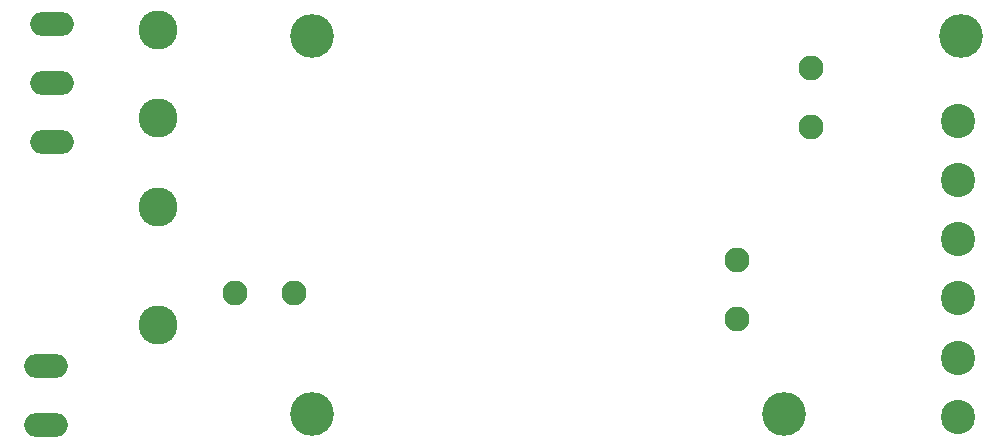
<source format=gbs>
G04 (created by PCBNEW-RS274X (2010-03-14)-final) date Tue 10 Jan 2012 23:21:23 GMT*
G01*
G70*
G90*
%MOIN*%
G04 Gerber Fmt 3.4, Leading zero omitted, Abs format*
%FSLAX34Y34*%
G04 APERTURE LIST*
%ADD10C,0.006000*%
%ADD11C,0.083000*%
%ADD12C,0.114500*%
%ADD13O,0.146000X0.079100*%
%ADD14C,0.146000*%
%ADD15C,0.130200*%
G04 APERTURE END LIST*
G54D10*
G54D11*
X56496Y-31103D03*
X56496Y-33072D03*
X58957Y-26673D03*
X58957Y-24704D03*
X41732Y-32185D03*
X39763Y-32185D03*
G54D12*
X63878Y-26477D03*
X63878Y-28446D03*
X63878Y-30414D03*
X63878Y-32383D03*
X63878Y-34351D03*
X63878Y-36320D03*
G54D13*
X33465Y-36615D03*
X33465Y-34646D03*
G54D14*
X42323Y-23622D03*
X63976Y-23622D03*
G54D13*
X33661Y-23229D03*
X33661Y-25198D03*
X33661Y-27166D03*
G54D14*
X58071Y-36220D03*
X42323Y-36220D03*
G54D15*
X37205Y-33267D03*
X37205Y-29330D03*
X37205Y-26377D03*
X37205Y-23424D03*
M02*

</source>
